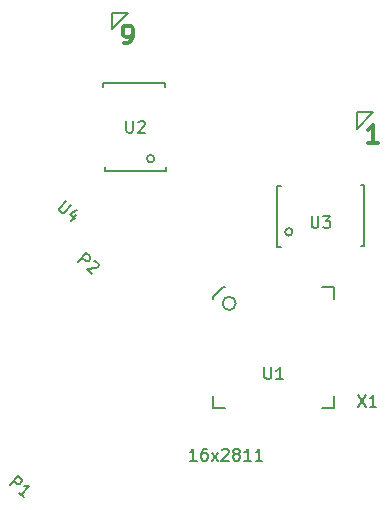
<source format=gto>
G04 #@! TF.FileFunction,Legend,Top*
%FSLAX46Y46*%
G04 Gerber Fmt 4.6, Leading zero omitted, Abs format (unit mm)*
G04 Created by KiCad (PCBNEW 4.0.2+dfsg1-stable) date Tue 19 Jul 2016 04:40:27 PM CEST*
%MOMM*%
G01*
G04 APERTURE LIST*
%ADD10C,0.100000*%
%ADD11C,0.300000*%
%ADD12C,0.200000*%
%ADD13C,0.150000*%
G04 APERTURE END LIST*
D10*
D11*
X6864286Y6771429D02*
X7150001Y6771429D01*
X7292858Y6842857D01*
X7364286Y6914286D01*
X7507144Y7128571D01*
X7578572Y7414286D01*
X7578572Y7985714D01*
X7507144Y8128571D01*
X7435715Y8200000D01*
X7292858Y8271429D01*
X7007144Y8271429D01*
X6864286Y8200000D01*
X6792858Y8128571D01*
X6721429Y7985714D01*
X6721429Y7628571D01*
X6792858Y7485714D01*
X6864286Y7414286D01*
X7007144Y7342857D01*
X7292858Y7342857D01*
X7435715Y7414286D01*
X7507144Y7485714D01*
X7578572Y7628571D01*
D12*
X7200000Y9350000D02*
X5800000Y7950000D01*
X5800000Y7950000D02*
X5800000Y9350000D01*
X7200000Y9350000D02*
X5800000Y9350000D01*
X27950000Y950000D02*
X26550000Y950000D01*
X26550000Y-450000D02*
X26550000Y950000D01*
X27950000Y950000D02*
X26550000Y-450000D01*
D11*
X28328572Y-1628571D02*
X27471429Y-1628571D01*
X27900001Y-1628571D02*
X27900001Y-128571D01*
X27757144Y-342857D01*
X27614286Y-485714D01*
X27471429Y-557143D01*
D13*
X13000000Y-28552381D02*
X12428571Y-28552381D01*
X12714285Y-28552381D02*
X12714285Y-27552381D01*
X12619047Y-27695238D01*
X12523809Y-27790476D01*
X12428571Y-27838095D01*
X13857143Y-27552381D02*
X13666666Y-27552381D01*
X13571428Y-27600000D01*
X13523809Y-27647619D01*
X13428571Y-27790476D01*
X13380952Y-27980952D01*
X13380952Y-28361905D01*
X13428571Y-28457143D01*
X13476190Y-28504762D01*
X13571428Y-28552381D01*
X13761905Y-28552381D01*
X13857143Y-28504762D01*
X13904762Y-28457143D01*
X13952381Y-28361905D01*
X13952381Y-28123810D01*
X13904762Y-28028571D01*
X13857143Y-27980952D01*
X13761905Y-27933333D01*
X13571428Y-27933333D01*
X13476190Y-27980952D01*
X13428571Y-28028571D01*
X13380952Y-28123810D01*
X14285714Y-28552381D02*
X14809524Y-27885714D01*
X14285714Y-27885714D02*
X14809524Y-28552381D01*
X15142857Y-27647619D02*
X15190476Y-27600000D01*
X15285714Y-27552381D01*
X15523810Y-27552381D01*
X15619048Y-27600000D01*
X15666667Y-27647619D01*
X15714286Y-27742857D01*
X15714286Y-27838095D01*
X15666667Y-27980952D01*
X15095238Y-28552381D01*
X15714286Y-28552381D01*
X16285714Y-27980952D02*
X16190476Y-27933333D01*
X16142857Y-27885714D01*
X16095238Y-27790476D01*
X16095238Y-27742857D01*
X16142857Y-27647619D01*
X16190476Y-27600000D01*
X16285714Y-27552381D01*
X16476191Y-27552381D01*
X16571429Y-27600000D01*
X16619048Y-27647619D01*
X16666667Y-27742857D01*
X16666667Y-27790476D01*
X16619048Y-27885714D01*
X16571429Y-27933333D01*
X16476191Y-27980952D01*
X16285714Y-27980952D01*
X16190476Y-28028571D01*
X16142857Y-28076190D01*
X16095238Y-28171429D01*
X16095238Y-28361905D01*
X16142857Y-28457143D01*
X16190476Y-28504762D01*
X16285714Y-28552381D01*
X16476191Y-28552381D01*
X16571429Y-28504762D01*
X16619048Y-28457143D01*
X16666667Y-28361905D01*
X16666667Y-28171429D01*
X16619048Y-28076190D01*
X16571429Y-28028571D01*
X16476191Y-27980952D01*
X17619048Y-28552381D02*
X17047619Y-28552381D01*
X17333333Y-28552381D02*
X17333333Y-27552381D01*
X17238095Y-27695238D01*
X17142857Y-27790476D01*
X17047619Y-27838095D01*
X18571429Y-28552381D02*
X18000000Y-28552381D01*
X18285714Y-28552381D02*
X18285714Y-27552381D01*
X18190476Y-27695238D01*
X18095238Y-27790476D01*
X18000000Y-27838095D01*
X9416228Y-3000000D02*
G75*
G03X9416228Y-3000000I-316228J0D01*
G01*
X5100000Y3100000D02*
X5100000Y3400000D01*
X5100000Y3400000D02*
X10300000Y3400000D01*
X10300000Y3400000D02*
X10300000Y3100000D01*
X5200000Y-3700000D02*
X5200000Y-4000000D01*
X5200000Y-4000000D02*
X10400000Y-4000000D01*
X10400000Y-4000000D02*
X10400000Y-3700000D01*
X21116228Y-9200000D02*
G75*
G03X21116228Y-9200000I-316228J0D01*
G01*
X26900000Y-5200000D02*
X27200000Y-5200000D01*
X27200000Y-5200000D02*
X27200000Y-10400000D01*
X27200000Y-10400000D02*
X26900000Y-10400000D01*
X20100000Y-5300000D02*
X19800000Y-5300000D01*
X19800000Y-5300000D02*
X19800000Y-10500000D01*
X19800000Y-10500000D02*
X20100000Y-10500000D01*
X14400000Y-14900000D02*
X14400000Y-14700000D01*
X14400000Y-14700000D02*
X15200000Y-13900000D01*
X15200000Y-13900000D02*
X15400000Y-13900000D01*
X23600000Y-13900000D02*
X24600000Y-13900000D01*
X24600000Y-13900000D02*
X24600000Y-14900000D01*
X23600000Y-24100000D02*
X24600000Y-24100000D01*
X24600000Y-24100000D02*
X24600000Y-23100000D01*
X14400000Y-23100000D02*
X14400000Y-24100000D01*
X14400000Y-24100000D02*
X15400000Y-24100000D01*
X16309017Y-15250000D02*
G75*
G03X16309017Y-15250000I-559017J0D01*
G01*
X-2792191Y-30658717D02*
X-2149404Y-29892672D01*
X-1857577Y-30137544D01*
X-1815229Y-30235240D01*
X-1809360Y-30302327D01*
X-1834099Y-30405893D01*
X-1925926Y-30515328D01*
X-2023622Y-30557675D01*
X-2090709Y-30563545D01*
X-2194275Y-30538805D01*
X-2486102Y-30293933D01*
X-1624885Y-31638203D02*
X-2062625Y-31270895D01*
X-1843756Y-31454549D02*
X-1200968Y-30688504D01*
X-1365751Y-30736721D01*
X-1499926Y-30748460D01*
X-1603491Y-30723721D01*
X7038095Y197619D02*
X7038095Y-611905D01*
X7085714Y-707143D01*
X7133333Y-754762D01*
X7228571Y-802381D01*
X7419048Y-802381D01*
X7514286Y-754762D01*
X7561905Y-707143D01*
X7609524Y-611905D01*
X7609524Y197619D01*
X8038095Y102381D02*
X8085714Y150000D01*
X8180952Y197619D01*
X8419048Y197619D01*
X8514286Y150000D01*
X8561905Y102381D01*
X8609524Y7143D01*
X8609524Y-88095D01*
X8561905Y-230952D01*
X7990476Y-802381D01*
X8609524Y-802381D01*
X22738095Y-7852381D02*
X22738095Y-8661905D01*
X22785714Y-8757143D01*
X22833333Y-8804762D01*
X22928571Y-8852381D01*
X23119048Y-8852381D01*
X23214286Y-8804762D01*
X23261905Y-8757143D01*
X23309524Y-8661905D01*
X23309524Y-7852381D01*
X23690476Y-7852381D02*
X24309524Y-7852381D01*
X23976190Y-8233333D01*
X24119048Y-8233333D01*
X24214286Y-8280952D01*
X24261905Y-8328571D01*
X24309524Y-8423810D01*
X24309524Y-8661905D01*
X24261905Y-8757143D01*
X24214286Y-8804762D01*
X24119048Y-8852381D01*
X23833333Y-8852381D01*
X23738095Y-8804762D01*
X23690476Y-8757143D01*
X2993802Y-11772106D02*
X3636589Y-11006061D01*
X3928416Y-11250933D01*
X3970764Y-11348629D01*
X3976633Y-11415716D01*
X3951894Y-11519282D01*
X3860067Y-11628717D01*
X3762371Y-11671064D01*
X3695284Y-11676934D01*
X3591718Y-11652194D01*
X3299891Y-11407322D01*
X4304938Y-11691196D02*
X4372025Y-11685327D01*
X4475590Y-11710067D01*
X4657982Y-11863112D01*
X4700330Y-11960808D01*
X4706199Y-12027895D01*
X4681460Y-12131460D01*
X4620242Y-12204417D01*
X4491937Y-12283243D01*
X3686889Y-12353675D01*
X4161108Y-12751592D01*
X18738095Y-20652381D02*
X18738095Y-21461905D01*
X18785714Y-21557143D01*
X18833333Y-21604762D01*
X18928571Y-21652381D01*
X19119048Y-21652381D01*
X19214286Y-21604762D01*
X19261905Y-21557143D01*
X19309524Y-21461905D01*
X19309524Y-20652381D01*
X20309524Y-21652381D02*
X19738095Y-21652381D01*
X20023809Y-21652381D02*
X20023809Y-20652381D01*
X19928571Y-20795238D01*
X19833333Y-20890476D01*
X19738095Y-20938095D01*
X26640476Y-23002381D02*
X27307143Y-24002381D01*
X27307143Y-23002381D02*
X26640476Y-24002381D01*
X28211905Y-24002381D02*
X27640476Y-24002381D01*
X27926190Y-24002381D02*
X27926190Y-23002381D01*
X27830952Y-23145238D01*
X27735714Y-23240476D01*
X27640476Y-23288095D01*
X1908154Y-6557030D02*
X1387802Y-7177162D01*
X1363062Y-7280727D01*
X1368931Y-7347814D01*
X1411279Y-7445510D01*
X1557193Y-7567947D01*
X1660758Y-7592686D01*
X1727846Y-7586817D01*
X1825542Y-7544469D01*
X2345894Y-6924338D01*
X2824719Y-7761256D02*
X2396194Y-8271952D01*
X2887198Y-7316384D02*
X2245673Y-7710515D01*
X2719891Y-8108431D01*
M02*

</source>
